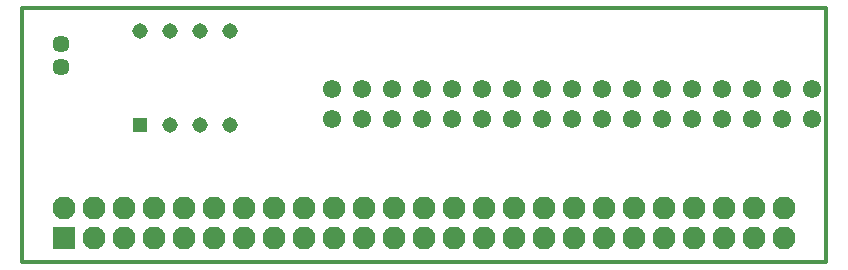
<source format=gbr>
G04 DesignSpark PCB Gerber Version 11.0 Build 5877*
%FSLAX35Y35*%
%MOIN*%
%ADD114R,0.05163X0.05163*%
%ADD111R,0.07687X0.07687*%
%ADD10C,0.01200*%
%ADD115C,0.05163*%
%ADD113C,0.05718*%
%ADD110C,0.06100*%
%ADD112C,0.07687*%
X0Y0D02*
D02*
D10*
X1083Y600D02*
X269075D01*
Y85314D01*
X1083D01*
Y600D01*
D02*
D110*
X104317Y48022D03*
Y58022D03*
X114317Y48022D03*
Y58022D03*
X124317Y48022D03*
Y58022D03*
X134317Y48022D03*
Y58022D03*
X144317Y48022D03*
Y58022D03*
X154317Y48022D03*
Y58022D03*
X164317Y48022D03*
Y58022D03*
X174317Y48022D03*
Y58022D03*
X184317Y48022D03*
Y58022D03*
X194317Y48022D03*
Y58022D03*
X204317Y48022D03*
Y58022D03*
X214317Y48022D03*
Y58022D03*
X224317Y48022D03*
Y58022D03*
X234317Y48022D03*
Y58022D03*
X244317Y48022D03*
Y58022D03*
X254317Y48022D03*
Y58022D03*
X264317Y48022D03*
Y58022D03*
D02*
D111*
X15079Y8415D03*
D02*
D112*
Y18415D03*
X25079Y8415D03*
Y18415D03*
X35079Y8415D03*
Y18415D03*
X45079Y8415D03*
Y18415D03*
X55079Y8415D03*
Y18415D03*
X65079Y8415D03*
Y18415D03*
X75079Y8415D03*
Y18415D03*
X85079Y8415D03*
Y18415D03*
X95079Y8415D03*
Y18415D03*
X105079Y8415D03*
Y18415D03*
X115079Y8415D03*
Y18415D03*
X125079Y8415D03*
Y18415D03*
X135079Y8415D03*
Y18415D03*
X145079Y8415D03*
Y18415D03*
X155079Y8415D03*
Y18415D03*
X165079Y8415D03*
Y18415D03*
X175079Y8415D03*
Y18415D03*
X185079Y8415D03*
Y18415D03*
X195079Y8415D03*
Y18415D03*
X205079Y8415D03*
Y18415D03*
X215079Y8415D03*
Y18415D03*
X225079Y8415D03*
Y18415D03*
X235079Y8415D03*
Y18415D03*
X245079Y8415D03*
Y18415D03*
X255079Y8415D03*
Y18415D03*
D02*
D113*
X14141Y65435D03*
Y73309D03*
D02*
D114*
X40404Y46243D03*
D02*
D115*
Y77495D03*
X50404Y46243D03*
Y77495D03*
X60404Y46243D03*
Y77495D03*
X70404Y46243D03*
Y77495D03*
X0Y0D02*
M02*

</source>
